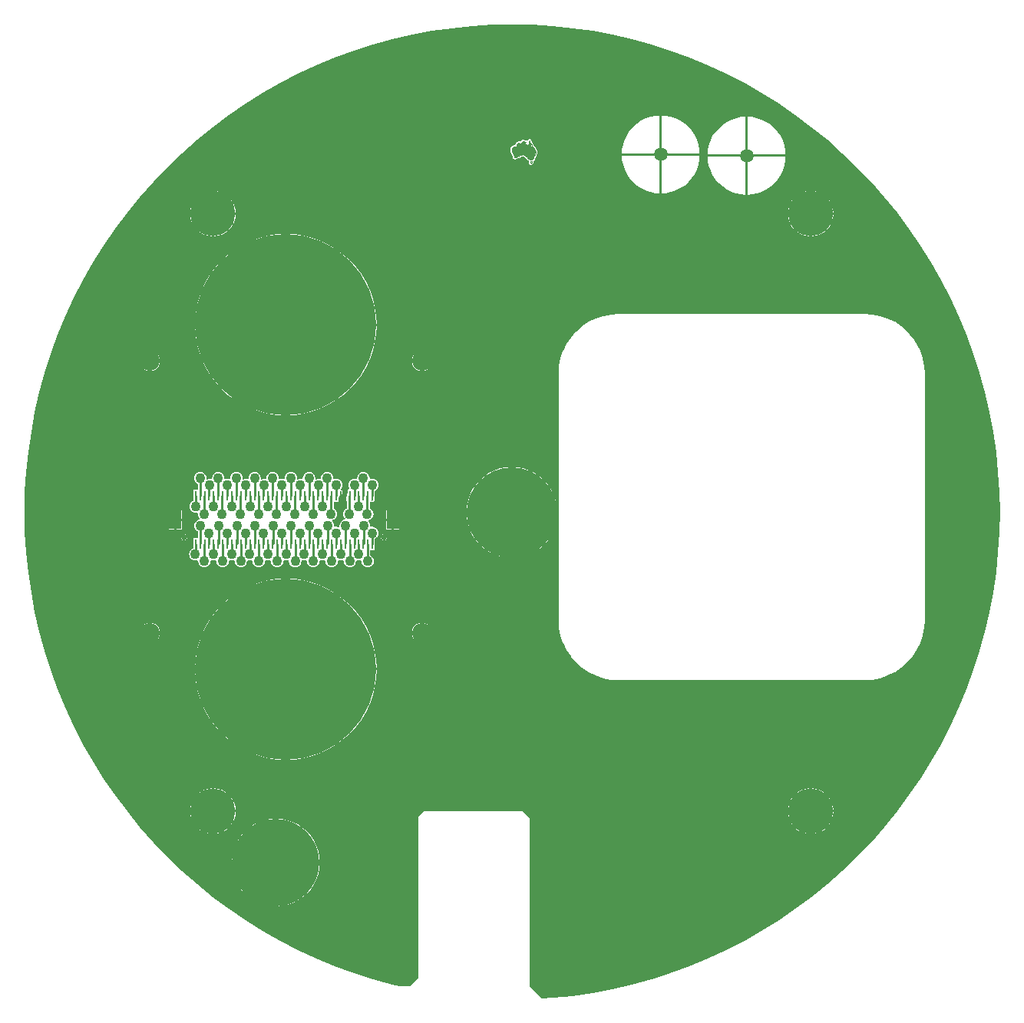
<source format=gtl>
G04 Layer_Physical_Order=1*
G04 Layer_Color=255*
%FSLAX42Y42*%
%MOMM*%
G71*
G01*
G75*
%ADD10C,0.10*%
%ADD11R,0.25X1.12*%
G04:AMPARAMS|DCode=12|XSize=0.25mm|YSize=1.12mm|CornerRadius=0.13mm|HoleSize=0mm|Usage=FLASHONLY|Rotation=0.000|XOffset=0mm|YOffset=0mm|HoleType=Round|Shape=RoundedRectangle|*
%AMROUNDEDRECTD12*
21,1,0.25,0.86,0,0,0.0*
21,1,0.00,1.12,0,0,0.0*
1,1,0.25,0.00,-0.43*
1,1,0.25,0.00,-0.43*
1,1,0.25,0.00,0.43*
1,1,0.25,0.00,0.43*
%
%ADD12ROUNDEDRECTD12*%
%ADD13R,1.42X2.11*%
%ADD14C,0.25*%
%ADD15C,1.52*%
%ADD16C,2.21*%
%ADD17C,0.66*%
%ADD18C,5.00*%
%ADD19C,20.00*%
%ADD20C,10.00*%
%ADD21C,9.64*%
%ADD22C,1.10*%
G36*
X11726Y16878D02*
X11948Y16865D01*
X12169Y16842D01*
X12389Y16810D01*
X12608Y16769D01*
X12824Y16718D01*
X13039Y16659D01*
X13250Y16592D01*
X13459Y16515D01*
X13665Y16430D01*
X13866Y16336D01*
X14064Y16235D01*
X14257Y16125D01*
X14446Y16007D01*
X14629Y15882D01*
X14808Y15749D01*
X14980Y15609D01*
X15147Y15461D01*
X15307Y15307D01*
X15461Y15147D01*
X15609Y14980D01*
X15749Y14808D01*
X15882Y14629D01*
X16007Y14446D01*
X16125Y14257D01*
X16235Y14064D01*
X16336Y13866D01*
X16430Y13665D01*
X16515Y13459D01*
X16592Y13250D01*
X16659Y13039D01*
X16718Y12824D01*
X16769Y12608D01*
X16810Y12389D01*
X16842Y12169D01*
X16865Y11948D01*
X16878Y11726D01*
X16883Y11504D01*
X16878Y11281D01*
X16865Y11059D01*
X16842Y10838D01*
X16810Y10618D01*
X16769Y10400D01*
X16718Y10183D01*
X16659Y9969D01*
X16592Y9757D01*
X16515Y9548D01*
X16430Y9343D01*
X16336Y9141D01*
X16235Y8943D01*
X16125Y8750D01*
X16007Y8561D01*
X15882Y8378D01*
X15749Y8200D01*
X15609Y8027D01*
X15461Y7860D01*
X15307Y7700D01*
X15147Y7546D01*
X14980Y7399D01*
X14808Y7259D01*
X14629Y7126D01*
X14446Y7000D01*
X14257Y6883D01*
X14064Y6773D01*
X13866Y6671D01*
X13665Y6577D01*
X13459Y6492D01*
X13250Y6416D01*
X13039Y6348D01*
X12824Y6289D01*
X12608Y6239D01*
X12389Y6198D01*
X12169Y6166D01*
X11948Y6143D01*
X11829Y6135D01*
X11701Y6264D01*
Y8115D01*
X11700Y8122D01*
X11696Y8127D01*
X11627Y8196D01*
X11622Y8199D01*
X11615Y8201D01*
X10538D01*
X10532Y8199D01*
X10527Y8196D01*
X10473Y8142D01*
X10470Y8137D01*
X10468Y8131D01*
Y6362D01*
X10377Y6271D01*
X10259D01*
X10258Y6272D01*
Y6272D01*
X10183Y6289D01*
X9969Y6348D01*
X9757Y6416D01*
X9548Y6492D01*
X9343Y6577D01*
X9141Y6671D01*
X8943Y6773D01*
X8750Y6883D01*
X8561Y7000D01*
X8378Y7126D01*
X8200Y7259D01*
X8027Y7399D01*
X7860Y7546D01*
X7700Y7700D01*
X7546Y7860D01*
X7399Y8027D01*
X7259Y8200D01*
X7126Y8378D01*
X7000Y8561D01*
X6883Y8750D01*
X6773Y8943D01*
X6671Y9141D01*
X6577Y9343D01*
X6492Y9548D01*
X6416Y9757D01*
X6348Y9969D01*
X6289Y10183D01*
X6239Y10400D01*
X6198Y10618D01*
X6166Y10838D01*
X6143Y11059D01*
X6129Y11281D01*
X6124Y11504D01*
X6129Y11726D01*
X6143Y11948D01*
X6166Y12169D01*
X6198Y12389D01*
X6239Y12608D01*
X6289Y12824D01*
X6348Y13039D01*
X6416Y13250D01*
X6492Y13459D01*
X6577Y13665D01*
X6671Y13866D01*
X6773Y14064D01*
X6883Y14257D01*
X7000Y14446D01*
X7126Y14629D01*
X7259Y14808D01*
X7399Y14980D01*
X7546Y15147D01*
X7700Y15307D01*
X7860Y15461D01*
X8027Y15609D01*
X8200Y15749D01*
X8378Y15882D01*
X8561Y16007D01*
X8750Y16125D01*
X8943Y16235D01*
X9141Y16336D01*
X9343Y16430D01*
X9548Y16515D01*
X9757Y16592D01*
X9969Y16659D01*
X10183Y16718D01*
X10400Y16769D01*
X10618Y16810D01*
X10838Y16842D01*
X11059Y16865D01*
X11281Y16878D01*
X11504Y16883D01*
X11726Y16878D01*
D02*
G37*
%LPC*%
G36*
X12000Y11487D02*
X11513D01*
Y11000D01*
X11565Y11003D01*
X11630Y11016D01*
X11692Y11037D01*
X11751Y11066D01*
X11805Y11102D01*
X11854Y11146D01*
X11898Y11195D01*
X11934Y11249D01*
X11963Y11308D01*
X11984Y11370D01*
X11997Y11435D01*
X12000Y11487D01*
D02*
G37*
G36*
X11487D02*
X11000D01*
X11003Y11435D01*
X11016Y11370D01*
X11037Y11308D01*
X11066Y11249D01*
X11102Y11195D01*
X11146Y11146D01*
X11195Y11102D01*
X11249Y11066D01*
X11308Y11037D01*
X11370Y11016D01*
X11435Y11003D01*
X11487Y11000D01*
Y11487D01*
D02*
G37*
G36*
X7918Y11215D02*
X7899D01*
Y11196D01*
X7899Y11196D01*
X7910Y11204D01*
X7918Y11214D01*
X7918Y11215D01*
D02*
G37*
G36*
X10076D02*
X10058D01*
X10058Y11214D01*
X10065Y11204D01*
X10076Y11196D01*
X10076Y11196D01*
Y11215D01*
D02*
G37*
G36*
X10521Y10280D02*
Y10183D01*
X10618D01*
X10616Y10199D01*
X10605Y10226D01*
X10587Y10249D01*
X10564Y10267D01*
X10537Y10278D01*
X10521Y10280D01*
D02*
G37*
G36*
X7496D02*
X7479Y10278D01*
X7453Y10267D01*
X7429Y10249D01*
X7412Y10226D01*
X7401Y10199D01*
X7398Y10183D01*
X7496D01*
Y10280D01*
D02*
G37*
G36*
X10618Y10157D02*
X10521D01*
Y10060D01*
X10537Y10063D01*
X10564Y10074D01*
X10587Y10091D01*
X10605Y10114D01*
X10616Y10141D01*
X10618Y10157D01*
D02*
G37*
G36*
X7521Y10280D02*
Y10183D01*
X7618D01*
X7616Y10199D01*
X7605Y10226D01*
X7587Y10249D01*
X7564Y10267D01*
X7537Y10278D01*
X7521Y10280D01*
D02*
G37*
G36*
X10495D02*
X10479Y10278D01*
X10452Y10267D01*
X10429Y10249D01*
X10411Y10226D01*
X10400Y10199D01*
X10398Y10183D01*
X10495D01*
Y10280D01*
D02*
G37*
G36*
X7774Y11405D02*
X7715D01*
Y11312D01*
X7774D01*
Y11405D01*
D02*
G37*
G36*
X7899Y11258D02*
Y11240D01*
X7918D01*
X7918Y11240D01*
X7910Y11251D01*
X7899Y11258D01*
X7899Y11258D01*
D02*
G37*
G36*
X10175Y11405D02*
X10117D01*
Y11312D01*
X10175D01*
Y11405D01*
D02*
G37*
G36*
X7858D02*
X7799D01*
Y11312D01*
X7858D01*
Y11405D01*
D02*
G37*
G36*
X10102Y11258D02*
Y11240D01*
X10120D01*
X10120Y11240D01*
X10113Y11251D01*
X10102Y11258D01*
X10102Y11258D01*
D02*
G37*
G36*
X10120Y11215D02*
X10102D01*
Y11196D01*
X10102Y11196D01*
X10113Y11204D01*
X10120Y11214D01*
X10120Y11215D01*
D02*
G37*
G36*
X7874D02*
X7855D01*
X7855Y11214D01*
X7863Y11204D01*
X7874Y11196D01*
X7874Y11196D01*
Y11215D01*
D02*
G37*
G36*
X10076Y11258D02*
X10076Y11258D01*
X10065Y11251D01*
X10058Y11240D01*
X10058Y11240D01*
X10076D01*
Y11258D01*
D02*
G37*
G36*
X7874D02*
X7874Y11258D01*
X7863Y11251D01*
X7855Y11240D01*
X7855Y11240D01*
X7874D01*
Y11258D01*
D02*
G37*
G36*
X7618Y10157D02*
X7521D01*
Y10060D01*
X7537Y10063D01*
X7564Y10074D01*
X7587Y10091D01*
X7605Y10114D01*
X7616Y10141D01*
X7618Y10157D01*
D02*
G37*
G36*
X8191Y8191D02*
X7954D01*
X7958Y8155D01*
X7972Y8108D01*
X7995Y8064D01*
X8026Y8026D01*
X8064Y7995D01*
X8108Y7972D01*
X8155Y7958D01*
X8191Y7954D01*
Y8191D01*
D02*
G37*
G36*
X15046Y8191D02*
X14809D01*
Y7954D01*
X14845Y7958D01*
X14892Y7972D01*
X14936Y7995D01*
X14974Y8026D01*
X15005Y8064D01*
X15028Y8108D01*
X15042Y8155D01*
X15046Y8191D01*
D02*
G37*
G36*
X14783Y8454D02*
X14747Y8450D01*
X14700Y8436D01*
X14656Y8413D01*
X14618Y8382D01*
X14587Y8343D01*
X14564Y8300D01*
X14550Y8253D01*
X14546Y8217D01*
X14783D01*
Y8454D01*
D02*
G37*
G36*
X8454Y8191D02*
X8217D01*
Y7954D01*
X8253Y7958D01*
X8300Y7972D01*
X8344Y7995D01*
X8382Y8026D01*
X8413Y8064D01*
X8436Y8108D01*
X8450Y8155D01*
X8454Y8191D01*
D02*
G37*
G36*
X14783Y8191D02*
X14546D01*
X14550Y8155D01*
X14564Y8108D01*
X14587Y8064D01*
X14618Y8026D01*
X14656Y7995D01*
X14700Y7972D01*
X14747Y7958D01*
X14783Y7954D01*
Y8191D01*
D02*
G37*
G36*
X9380Y7624D02*
X8911D01*
Y7155D01*
X8961Y7158D01*
X9023Y7170D01*
X9083Y7191D01*
X9140Y7219D01*
X9192Y7254D01*
X9240Y7295D01*
X9281Y7343D01*
X9317Y7395D01*
X9345Y7452D01*
X9365Y7512D01*
X9377Y7574D01*
X9380Y7624D01*
D02*
G37*
G36*
X8886D02*
X8416D01*
X8419Y7574D01*
X8432Y7512D01*
X8452Y7452D01*
X8480Y7395D01*
X8515Y7343D01*
X8557Y7295D01*
X8604Y7254D01*
X8657Y7219D01*
X8713Y7191D01*
X8773Y7170D01*
X8835Y7158D01*
X8886Y7155D01*
Y7624D01*
D02*
G37*
G36*
X8911Y8119D02*
Y7650D01*
X9380D01*
X9377Y7700D01*
X9365Y7762D01*
X9345Y7822D01*
X9317Y7878D01*
X9281Y7931D01*
X9240Y7979D01*
X9192Y8020D01*
X9140Y8055D01*
X9083Y8083D01*
X9023Y8104D01*
X8961Y8116D01*
X8911Y8119D01*
D02*
G37*
G36*
X8886D02*
X8835Y8116D01*
X8773Y8104D01*
X8713Y8083D01*
X8657Y8055D01*
X8604Y8020D01*
X8557Y7979D01*
X8515Y7931D01*
X8480Y7878D01*
X8452Y7822D01*
X8432Y7762D01*
X8419Y7700D01*
X8416Y7650D01*
X8886D01*
Y8119D01*
D02*
G37*
G36*
X9021Y10771D02*
Y9783D01*
X10009D01*
X10005Y9868D01*
X9990Y9966D01*
X9966Y10061D01*
X9933Y10153D01*
X9891Y10242D01*
X9841Y10326D01*
X9782Y10405D01*
X9716Y10478D01*
X9643Y10544D01*
X9564Y10603D01*
X9480Y10653D01*
X9391Y10695D01*
X9299Y10728D01*
X9203Y10752D01*
X9106Y10767D01*
X9021Y10771D01*
D02*
G37*
G36*
X8995D02*
X8910Y10767D01*
X8813Y10752D01*
X8717Y10728D01*
X8625Y10695D01*
X8536Y10653D01*
X8452Y10603D01*
X8373Y10544D01*
X8300Y10478D01*
X8234Y10405D01*
X8176Y10326D01*
X8125Y10242D01*
X8083Y10153D01*
X8050Y10061D01*
X8026Y9966D01*
X8012Y9868D01*
X8008Y9783D01*
X8995D01*
Y10771D01*
D02*
G37*
G36*
X10495Y10157D02*
X10398D01*
X10400Y10141D01*
X10411Y10114D01*
X10429Y10091D01*
X10452Y10074D01*
X10479Y10063D01*
X10495Y10060D01*
Y10157D01*
D02*
G37*
G36*
X7496D02*
X7398D01*
X7401Y10141D01*
X7412Y10114D01*
X7429Y10091D01*
X7453Y10074D01*
X7479Y10063D01*
X7496Y10060D01*
Y10157D01*
D02*
G37*
G36*
X10009Y9757D02*
X9021D01*
Y8770D01*
X9106Y8774D01*
X9203Y8788D01*
X9299Y8812D01*
X9391Y8845D01*
X9480Y8887D01*
X9564Y8938D01*
X9643Y8996D01*
X9716Y9062D01*
X9782Y9135D01*
X9841Y9214D01*
X9891Y9298D01*
X9933Y9387D01*
X9966Y9480D01*
X9990Y9575D01*
X10005Y9672D01*
X10009Y9757D01*
D02*
G37*
G36*
X8191Y8454D02*
X8155Y8450D01*
X8108Y8436D01*
X8064Y8413D01*
X8026Y8382D01*
X7995Y8344D01*
X7972Y8300D01*
X7958Y8253D01*
X7954Y8217D01*
X8191D01*
Y8454D01*
D02*
G37*
G36*
X14809Y8454D02*
Y8217D01*
X15046D01*
X15042Y8253D01*
X15028Y8300D01*
X15005Y8343D01*
X14974Y8382D01*
X14936Y8413D01*
X14892Y8436D01*
X14845Y8450D01*
X14809Y8454D01*
D02*
G37*
G36*
X8995Y9757D02*
X8008D01*
X8012Y9672D01*
X8026Y9575D01*
X8050Y9480D01*
X8083Y9387D01*
X8125Y9298D01*
X8176Y9214D01*
X8234Y9135D01*
X8300Y9062D01*
X8373Y8996D01*
X8452Y8938D01*
X8536Y8887D01*
X8625Y8845D01*
X8717Y8812D01*
X8813Y8788D01*
X8910Y8774D01*
X8995Y8770D01*
Y9757D01*
D02*
G37*
G36*
X8217Y8454D02*
Y8217D01*
X8454D01*
X8450Y8253D01*
X8436Y8300D01*
X8413Y8344D01*
X8382Y8382D01*
X8344Y8413D01*
X8300Y8436D01*
X8253Y8450D01*
X8217Y8454D01*
D02*
G37*
G36*
X10259Y11405D02*
X10201D01*
Y11312D01*
X10259D01*
Y11405D01*
D02*
G37*
G36*
X8217Y15046D02*
Y14809D01*
X8454D01*
X8450Y14845D01*
X8436Y14892D01*
X8413Y14936D01*
X8382Y14974D01*
X8343Y15005D01*
X8300Y15028D01*
X8253Y15042D01*
X8217Y15046D01*
D02*
G37*
G36*
X8191D02*
X8155Y15042D01*
X8108Y15028D01*
X8064Y15005D01*
X8026Y14974D01*
X7995Y14936D01*
X7972Y14892D01*
X7958Y14845D01*
X7954Y14809D01*
X8191D01*
Y15046D01*
D02*
G37*
G36*
X14809D02*
Y14809D01*
X15046D01*
X15042Y14845D01*
X15028Y14892D01*
X15005Y14936D01*
X14974Y14974D01*
X14936Y15005D01*
X14892Y15028D01*
X14845Y15042D01*
X14809Y15046D01*
D02*
G37*
G36*
X14783D02*
X14747Y15042D01*
X14700Y15028D01*
X14657Y15005D01*
X14618Y14974D01*
X14587Y14936D01*
X14564Y14892D01*
X14550Y14845D01*
X14546Y14809D01*
X14783D01*
Y15046D01*
D02*
G37*
G36*
X15046Y14783D02*
X14809D01*
Y14546D01*
X14845Y14550D01*
X14892Y14564D01*
X14936Y14587D01*
X14974Y14618D01*
X15005Y14657D01*
X15028Y14700D01*
X15042Y14747D01*
X15046Y14783D01*
D02*
G37*
G36*
X8191D02*
X7954D01*
X7958Y14747D01*
X7972Y14700D01*
X7995Y14657D01*
X8026Y14618D01*
X8064Y14587D01*
X8108Y14564D01*
X8155Y14550D01*
X8191Y14546D01*
Y14783D01*
D02*
G37*
G36*
X15390Y13690D02*
X12680D01*
X12680Y13690D01*
X12679Y13690D01*
X12594Y13685D01*
X12593Y13684D01*
X12592Y13684D01*
X12509Y13668D01*
X12508Y13667D01*
X12507Y13667D01*
X12426Y13640D01*
X12425Y13639D01*
X12425Y13639D01*
X12348Y13602D01*
X12347Y13601D01*
X12347Y13601D01*
X12276Y13553D01*
X12275Y13552D01*
X12274Y13552D01*
X12210Y13496D01*
X12210Y13495D01*
X12209Y13495D01*
X12153Y13431D01*
X12152Y13430D01*
X12152Y13429D01*
X12104Y13358D01*
X12104Y13357D01*
X12103Y13357D01*
X12066Y13280D01*
X12066Y13279D01*
X12065Y13279D01*
X12038Y13198D01*
X12038Y13197D01*
X12037Y13196D01*
X12020Y13113D01*
X12021Y13112D01*
X12020Y13111D01*
X12015Y13026D01*
X12015Y13025D01*
X12015Y13025D01*
Y10315D01*
X12015Y10314D01*
X12015Y10314D01*
X12020Y10229D01*
X12021Y10228D01*
X12020Y10227D01*
X12037Y10144D01*
X12038Y10143D01*
X12038Y10142D01*
X12065Y10061D01*
X12066Y10060D01*
X12066Y10059D01*
X12103Y9983D01*
X12104Y9982D01*
X12104Y9981D01*
X12152Y9911D01*
X12152Y9910D01*
X12153Y9909D01*
X12209Y9845D01*
X12210Y9845D01*
X12210Y9844D01*
X12274Y9788D01*
X12275Y9787D01*
X12276Y9787D01*
X12347Y9739D01*
X12347Y9739D01*
X12348Y9738D01*
X12425Y9701D01*
X12425Y9701D01*
X12426Y9700D01*
X12507Y9672D01*
X12508Y9673D01*
X12509Y9672D01*
X12592Y9655D01*
X12593Y9656D01*
X12594Y9655D01*
X12679Y9650D01*
X12680Y9650D01*
X12680Y9650D01*
X15390D01*
X15390Y9650D01*
X15391Y9650D01*
X15476Y9655D01*
X15477Y9656D01*
X15478Y9655D01*
X15561Y9672D01*
X15562Y9673D01*
X15563Y9672D01*
X15644Y9700D01*
X15644Y9701D01*
X15645Y9701D01*
X15722Y9738D01*
X15722Y9739D01*
X15723Y9739D01*
X15794Y9787D01*
X15795Y9787D01*
X15796Y9788D01*
X15860Y9844D01*
X15860Y9845D01*
X15861Y9845D01*
X15917Y9909D01*
X15918Y9910D01*
X15918Y9911D01*
X15966Y9981D01*
X15966Y9982D01*
X15967Y9983D01*
X16004Y10059D01*
X16004Y10060D01*
X16005Y10061D01*
X16032Y10142D01*
X16032Y10143D01*
X16033Y10144D01*
X16049Y10227D01*
X16049Y10228D01*
X16050Y10229D01*
X16055Y10314D01*
X16055Y10314D01*
X16055Y10315D01*
Y13025D01*
X16055Y13025D01*
X16055Y13026D01*
X16050Y13111D01*
X16049Y13112D01*
X16049Y13113D01*
X16033Y13196D01*
X16032Y13197D01*
X16032Y13198D01*
X16005Y13279D01*
X16004Y13279D01*
X16004Y13280D01*
X15967Y13357D01*
X15966Y13357D01*
X15966Y13358D01*
X15918Y13429D01*
X15918Y13430D01*
X15917Y13431D01*
X15861Y13495D01*
X15860Y13495D01*
X15860Y13496D01*
X15796Y13552D01*
X15795Y13552D01*
X15794Y13553D01*
X15723Y13601D01*
X15722Y13601D01*
X15722Y13602D01*
X15645Y13639D01*
X15644Y13639D01*
X15644Y13640D01*
X15563Y13667D01*
X15562Y13667D01*
X15561Y13668D01*
X15478Y13684D01*
X15477Y13684D01*
X15476Y13685D01*
X15391Y13690D01*
X15390Y13690D01*
X15390Y13690D01*
D02*
G37*
G36*
X14783Y14783D02*
X14546D01*
X14550Y14747D01*
X14564Y14700D01*
X14587Y14657D01*
X14618Y14618D01*
X14657Y14587D01*
X14700Y14564D01*
X14747Y14550D01*
X14783Y14546D01*
Y14783D01*
D02*
G37*
G36*
X8454D02*
X8217D01*
Y14546D01*
X8253Y14550D01*
X8300Y14564D01*
X8343Y14587D01*
X8382Y14618D01*
X8413Y14657D01*
X8436Y14700D01*
X8450Y14747D01*
X8454Y14783D01*
D02*
G37*
G36*
X13129Y15878D02*
X13086Y15876D01*
X13030Y15865D01*
X12977Y15846D01*
X12926Y15821D01*
X12880Y15790D01*
X12837Y15753D01*
X12800Y15711D01*
X12769Y15664D01*
X12744Y15613D01*
X12726Y15560D01*
X12715Y15505D01*
X12712Y15461D01*
X13129D01*
Y15878D01*
D02*
G37*
G36*
X14102Y15866D02*
Y15448D01*
X14519D01*
X14517Y15492D01*
X14506Y15547D01*
X14488Y15600D01*
X14463Y15651D01*
X14431Y15698D01*
X14394Y15740D01*
X14352Y15777D01*
X14305Y15809D01*
X14254Y15834D01*
X14201Y15852D01*
X14146Y15863D01*
X14102Y15866D01*
D02*
G37*
G36*
X11699Y15618D02*
X11697Y15617D01*
X11695Y15617D01*
X11694Y15617D01*
X11692Y15616D01*
X11690Y15615D01*
X11689Y15614D01*
X11686Y15613D01*
X11685Y15611D01*
X11683Y15610D01*
X11681Y15608D01*
X11680Y15606D01*
X11679Y15605D01*
X11677Y15602D01*
X11676Y15601D01*
X11673Y15600D01*
X11668Y15599D01*
X11663Y15600D01*
X11663Y15600D01*
X11662Y15601D01*
X11662Y15601D01*
X11662Y15601D01*
X11662Y15601D01*
X11661Y15601D01*
X11661Y15602D01*
X11661Y15602D01*
X11660Y15602D01*
X11660Y15602D01*
X11660Y15602D01*
X11660Y15602D01*
X11659Y15603D01*
X11658Y15603D01*
X11656Y15604D01*
X11656Y15604D01*
X11656Y15604D01*
X11655Y15605D01*
X11654Y15605D01*
X11652Y15605D01*
X11651Y15605D01*
X11650Y15605D01*
X11649Y15605D01*
X11648Y15605D01*
X11647Y15605D01*
X11646Y15605D01*
X11629Y15613D01*
X11628Y15612D01*
X11628Y15612D01*
X11625Y15612D01*
X11624Y15612D01*
X11624Y15613D01*
X11621Y15612D01*
X11618Y15612D01*
X11617Y15611D01*
X11617Y15611D01*
X11614Y15609D01*
X11612Y15608D01*
X11611Y15608D01*
X11611Y15607D01*
X11609Y15605D01*
X11607Y15602D01*
X11607Y15602D01*
X11607Y15602D01*
X11605Y15601D01*
X11604Y15601D01*
X11603Y15600D01*
X11601Y15599D01*
X11599Y15598D01*
X11598Y15597D01*
X11598Y15597D01*
X11598Y15597D01*
X11598Y15597D01*
X11597Y15596D01*
X11591Y15591D01*
X11585Y15592D01*
X11583Y15592D01*
X11582Y15592D01*
X11581Y15592D01*
X11579Y15592D01*
X11578Y15592D01*
X11577Y15592D01*
X11574Y15592D01*
X11573Y15592D01*
X11571Y15592D01*
X11569Y15592D01*
X11567Y15591D01*
X11565Y15590D01*
X11563Y15589D01*
X11560Y15588D01*
X11558Y15586D01*
X11556Y15585D01*
X11554Y15582D01*
X11553Y15581D01*
X11553Y15581D01*
X11551Y15580D01*
X11548Y15578D01*
X11548Y15578D01*
X11547Y15577D01*
X11546Y15575D01*
X11544Y15573D01*
X11542Y15570D01*
X11542Y15568D01*
X11542Y15568D01*
X11540Y15564D01*
X11540Y15564D01*
X11540Y15563D01*
X11539Y15559D01*
X11535Y15553D01*
X11532Y15553D01*
X11532Y15552D01*
X11531Y15552D01*
X11529Y15552D01*
X11528Y15552D01*
X11526Y15552D01*
X11524Y15551D01*
X11523Y15550D01*
X11521Y15550D01*
X11518Y15548D01*
X11518Y15548D01*
X11517Y15547D01*
X11514Y15546D01*
X11514Y15546D01*
X11514Y15546D01*
X11513Y15545D01*
X11513Y15545D01*
X11512Y15545D01*
X11509Y15544D01*
X11506Y15543D01*
X11506Y15543D01*
X11506Y15543D01*
X11503Y15540D01*
X11501Y15538D01*
X11501Y15538D01*
X11500Y15538D01*
X11498Y15535D01*
X11498Y15535D01*
X11498Y15535D01*
X11497Y15533D01*
X11495Y15532D01*
X11492Y15531D01*
X11492Y15531D01*
X11491Y15531D01*
X11489Y15529D01*
X11487Y15527D01*
X11486Y15526D01*
X11486Y15526D01*
X11485Y15523D01*
X11483Y15521D01*
X11483Y15520D01*
X11483Y15519D01*
X11483Y15517D01*
X11483Y15514D01*
X11483Y15507D01*
X11484Y15502D01*
X11484Y15496D01*
X11484Y15496D01*
X11484Y15496D01*
X11484Y15490D01*
X11485Y15489D01*
X11485Y15489D01*
X11485Y15485D01*
X11486Y15484D01*
X11486Y15483D01*
X11487Y15479D01*
X11487Y15478D01*
X11487Y15477D01*
X11488Y15475D01*
X11488Y15474D01*
X11488Y15472D01*
X11488Y15470D01*
X11488Y15468D01*
X11489Y15467D01*
X11490Y15465D01*
X11490Y15463D01*
X11504Y15441D01*
X11504Y15440D01*
X11505Y15437D01*
X11506Y15436D01*
X11506Y15435D01*
X11507Y15432D01*
X11508Y15431D01*
X11508Y15431D01*
X11510Y15428D01*
X11510Y15428D01*
X11510Y15428D01*
X11510Y15427D01*
X11509Y15426D01*
X11509Y15425D01*
X11509Y15424D01*
X11508Y15423D01*
X11508Y15423D01*
X11508Y15422D01*
X11508Y15421D01*
X11508Y15420D01*
X11508Y15418D01*
X11508Y15417D01*
X11508Y15417D01*
X11508Y15417D01*
X11508Y15417D01*
X11507Y15416D01*
X11507Y15416D01*
X11507Y15416D01*
X11507Y15415D01*
X11508Y15414D01*
X11508Y15413D01*
X11508Y15412D01*
X11509Y15409D01*
X11509Y15409D01*
X11509Y15409D01*
X11509Y15409D01*
X11509Y15409D01*
X11509Y15409D01*
X11509Y15409D01*
X11510Y15408D01*
X11511Y15406D01*
X11512Y15404D01*
X11513Y15404D01*
X11513Y15403D01*
X11513Y15403D01*
X11514Y15402D01*
X11516Y15401D01*
X11516Y15401D01*
X11517Y15400D01*
X11518Y15399D01*
X11519Y15399D01*
X11520Y15399D01*
X11520Y15399D01*
X11520Y15398D01*
X11521Y15398D01*
X11522Y15398D01*
X11524Y15397D01*
X11525Y15397D01*
X11526Y15397D01*
X11528Y15396D01*
X11529Y15396D01*
X11529Y15396D01*
X11532Y15395D01*
X11533Y15395D01*
X11534Y15395D01*
X11537Y15395D01*
X11539Y15395D01*
X11541Y15395D01*
X11544Y15395D01*
X11546Y15396D01*
X11548Y15396D01*
X11551Y15397D01*
X11552Y15397D01*
X11553Y15398D01*
X11556Y15399D01*
X11557Y15400D01*
X11557Y15400D01*
X11560Y15402D01*
X11560Y15402D01*
X11561Y15402D01*
X11564Y15404D01*
X11566Y15406D01*
X11567Y15406D01*
X11584Y15408D01*
X11584Y15410D01*
X11586Y15410D01*
X11589Y15411D01*
X11589Y15411D01*
X11589Y15411D01*
X11592Y15413D01*
X11595Y15414D01*
X11595Y15415D01*
X11595Y15415D01*
X11597Y15417D01*
X11598Y15420D01*
X11613Y15427D01*
X11613D01*
Y15427D01*
X11625Y15429D01*
X11626Y15429D01*
X11628Y15428D01*
X11630Y15428D01*
X11630Y15428D01*
X11631Y15427D01*
X11631Y15427D01*
X11631Y15427D01*
X11632Y15425D01*
X11632Y15424D01*
X11632Y15424D01*
X11632Y15424D01*
X11633Y15423D01*
X11633Y15422D01*
X11634Y15421D01*
X11635Y15421D01*
X11635Y15421D01*
X11635Y15420D01*
X11636Y15419D01*
X11637Y15418D01*
X11637Y15418D01*
X11638Y15418D01*
X11638Y15417D01*
X11639Y15417D01*
X11640Y15416D01*
X11640Y15416D01*
X11640Y15416D01*
X11641Y15415D01*
X11642Y15415D01*
X11643Y15415D01*
X11644Y15414D01*
X11645Y15414D01*
X11645Y15414D01*
X11646Y15414D01*
X11654Y15411D01*
X11655Y15409D01*
X11655Y15408D01*
X11656Y15406D01*
X11657Y15404D01*
X11659Y15400D01*
X11660Y15399D01*
X11661Y15398D01*
X11664Y15394D01*
X11665Y15394D01*
X11665Y15393D01*
X11669Y15390D01*
X11670Y15389D01*
X11670Y15388D01*
X11674Y15386D01*
X11675Y15385D01*
X11675Y15385D01*
X11679Y15382D01*
X11679Y15382D01*
X11680Y15382D01*
X11685Y15379D01*
X11685Y15379D01*
X11685Y15376D01*
Y15370D01*
X11685Y15367D01*
X11686Y15364D01*
X11686Y15362D01*
X11687Y15358D01*
X11687Y15357D01*
X11687Y15357D01*
X11688Y15354D01*
X11689Y15351D01*
X11689Y15351D01*
X11690Y15351D01*
X11695Y15342D01*
X11697Y15340D01*
X11699Y15338D01*
X11700Y15338D01*
X11700Y15338D01*
X11703Y15336D01*
X11706Y15335D01*
X11708Y15335D01*
X11708Y15335D01*
X11709Y15334D01*
X11712Y15334D01*
X11715Y15334D01*
X11715Y15335D01*
X11716Y15335D01*
X11718Y15336D01*
X11721Y15337D01*
X11722Y15337D01*
X11722Y15337D01*
X11724Y15339D01*
X11726Y15341D01*
X11727Y15342D01*
X11728Y15342D01*
X11729Y15343D01*
X11730Y15343D01*
X11731Y15345D01*
X11733Y15347D01*
X11734Y15348D01*
X11734Y15349D01*
X11739Y15356D01*
X11739Y15357D01*
X11739Y15357D01*
X11740Y15360D01*
X11741Y15363D01*
X11741Y15364D01*
X11741Y15364D01*
X11742Y15372D01*
X11741Y15375D01*
X11741Y15377D01*
X11741Y15378D01*
X11746Y15381D01*
X11751Y15384D01*
X11752Y15385D01*
X11752Y15385D01*
X11756Y15391D01*
X11757Y15394D01*
X11757Y15394D01*
X11765Y15420D01*
X11773Y15432D01*
X11775Y15442D01*
X11775Y15442D01*
X11776Y15445D01*
X11776Y15448D01*
X11778Y15451D01*
X11779Y15455D01*
X11779Y15456D01*
X11779Y15456D01*
X11780Y15459D01*
X11780Y15460D01*
X11781Y15461D01*
X11781Y15464D01*
X11781Y15465D01*
X11782Y15466D01*
X11782Y15469D01*
X11782Y15471D01*
X11782Y15472D01*
X11782Y15475D01*
X11781Y15476D01*
X11781Y15477D01*
X11781Y15481D01*
X11781Y15481D01*
X11781Y15482D01*
X11780Y15485D01*
X11780Y15485D01*
X11780Y15485D01*
X11779Y15489D01*
X11778Y15492D01*
X11778Y15496D01*
X11777Y15497D01*
X11777Y15498D01*
X11776Y15500D01*
X11775Y15503D01*
X11774Y15504D01*
X11774Y15505D01*
X11771Y15509D01*
X11771Y15509D01*
X11770Y15509D01*
X11768Y15513D01*
X11765Y15516D01*
X11764Y15517D01*
X11764Y15519D01*
X11763Y15522D01*
X11762Y15523D01*
X11762Y15525D01*
X11761Y15526D01*
X11760Y15528D01*
X11758Y15529D01*
X11757Y15530D01*
X11756Y15531D01*
X11754Y15532D01*
X11754Y15533D01*
X11753Y15534D01*
X11752Y15535D01*
X11752Y15536D01*
X11750Y15539D01*
X11749Y15540D01*
X11748Y15541D01*
X11746Y15543D01*
X11745Y15544D01*
X11744Y15545D01*
X11742Y15547D01*
X11741Y15547D01*
X11740Y15548D01*
X11739Y15549D01*
X11738Y15551D01*
X11738Y15552D01*
X11738Y15552D01*
X11737Y15556D01*
X11737Y15556D01*
X11737Y15557D01*
X11736Y15561D01*
X11736Y15562D01*
X11736Y15563D01*
X11735Y15566D01*
X11734Y15567D01*
X11734Y15568D01*
X11733Y15571D01*
X11732Y15572D01*
X11731Y15573D01*
X11729Y15576D01*
X11728Y15577D01*
X11727Y15578D01*
X11725Y15580D01*
X11724Y15581D01*
X11723Y15581D01*
X11723Y15582D01*
X11716Y15606D01*
X11716Y15606D01*
X11716Y15606D01*
X11716Y15607D01*
X11715Y15607D01*
X11714Y15610D01*
X11713Y15611D01*
X11712Y15612D01*
X11712Y15612D01*
X11710Y15614D01*
X11709Y15615D01*
X11709Y15615D01*
X11708Y15615D01*
X11708Y15615D01*
X11707Y15615D01*
X11706Y15616D01*
X11704Y15617D01*
X11702Y15617D01*
X11700Y15617D01*
X11699Y15618D01*
D02*
G37*
G36*
X13155Y15878D02*
Y15461D01*
X13572D01*
X13569Y15505D01*
X13558Y15560D01*
X13540Y15613D01*
X13515Y15664D01*
X13484Y15711D01*
X13447Y15753D01*
X13404Y15790D01*
X13357Y15821D01*
X13307Y15846D01*
X13253Y15865D01*
X13198Y15876D01*
X13155Y15878D01*
D02*
G37*
G36*
X14077Y15866D02*
X14033Y15863D01*
X13978Y15852D01*
X13924Y15834D01*
X13874Y15809D01*
X13827Y15777D01*
X13785Y15740D01*
X13748Y15698D01*
X13716Y15651D01*
X13691Y15600D01*
X13673Y15547D01*
X13662Y15492D01*
X13659Y15448D01*
X14077D01*
Y15866D01*
D02*
G37*
G36*
X14519Y15423D02*
X14102D01*
Y15005D01*
X14146Y15008D01*
X14201Y15019D01*
X14254Y15037D01*
X14305Y15062D01*
X14352Y15094D01*
X14394Y15131D01*
X14431Y15173D01*
X14463Y15220D01*
X14488Y15271D01*
X14506Y15324D01*
X14517Y15379D01*
X14519Y15423D01*
D02*
G37*
G36*
X14077D02*
X13659D01*
X13662Y15379D01*
X13673Y15324D01*
X13691Y15271D01*
X13716Y15220D01*
X13748Y15173D01*
X13785Y15131D01*
X13827Y15094D01*
X13874Y15062D01*
X13924Y15037D01*
X13978Y15019D01*
X14033Y15008D01*
X14077Y15005D01*
Y15423D01*
D02*
G37*
G36*
X13572Y15436D02*
X13155D01*
Y15018D01*
X13198Y15021D01*
X13253Y15032D01*
X13307Y15050D01*
X13357Y15075D01*
X13404Y15106D01*
X13447Y15144D01*
X13484Y15186D01*
X13515Y15233D01*
X13540Y15283D01*
X13558Y15337D01*
X13569Y15392D01*
X13572Y15436D01*
D02*
G37*
G36*
X13129D02*
X12712D01*
X12715Y15392D01*
X12726Y15337D01*
X12744Y15283D01*
X12769Y15233D01*
X12800Y15186D01*
X12837Y15144D01*
X12880Y15106D01*
X12926Y15075D01*
X12977Y15050D01*
X13030Y15032D01*
X13086Y15021D01*
X13129Y15018D01*
Y15436D01*
D02*
G37*
G36*
X9021Y14571D02*
Y13583D01*
X10009D01*
X10005Y13668D01*
X9990Y13765D01*
X9966Y13861D01*
X9933Y13953D01*
X9891Y14042D01*
X9841Y14126D01*
X9782Y14205D01*
X9716Y14278D01*
X9643Y14344D01*
X9564Y14402D01*
X9480Y14453D01*
X9391Y14495D01*
X9299Y14528D01*
X9203Y14552D01*
X9106Y14566D01*
X9021Y14571D01*
D02*
G37*
G36*
X9863Y11945D02*
X9846Y11942D01*
X9829Y11935D01*
X9815Y11925D01*
X9804Y11910D01*
X9797Y11894D01*
X9795Y11876D01*
X9795Y11875D01*
X9786Y11866D01*
X9783Y11866D01*
X9767Y11868D01*
X9749Y11866D01*
X9733Y11859D01*
X9718Y11848D01*
X9708Y11834D01*
X9701Y11818D01*
X9698Y11800D01*
X9701Y11782D01*
X9708Y11766D01*
X9709Y11764D01*
X9703Y11753D01*
X9688D01*
Y11704D01*
X9675Y11710D01*
Y11684D01*
Y11628D01*
X9682Y11619D01*
Y11545D01*
X9674Y11542D01*
X9660Y11531D01*
X9649Y11517D01*
X9642Y11500D01*
X9640Y11483D01*
X9642Y11465D01*
X9649Y11448D01*
X9660Y11434D01*
X9661Y11434D01*
X9657Y11420D01*
X9652Y11420D01*
X9635Y11413D01*
X9621Y11402D01*
X9610Y11388D01*
X9603Y11371D01*
X9601Y11354D01*
X9603Y11343D01*
X9591Y11334D01*
X9582Y11338D01*
X9564Y11340D01*
X9548Y11338D01*
X9543Y11341D01*
X9536Y11348D01*
X9537Y11354D01*
X9535Y11371D01*
X9528Y11388D01*
X9517Y11402D01*
X9516Y11403D01*
X9520Y11416D01*
X9525Y11417D01*
X9542Y11423D01*
X9556Y11434D01*
X9567Y11448D01*
X9574Y11465D01*
X9576Y11483D01*
X9574Y11500D01*
X9567Y11517D01*
X9556Y11531D01*
X9542Y11542D01*
X9534Y11545D01*
Y11615D01*
X9589D01*
Y11672D01*
X9601Y11666D01*
Y11684D01*
X9614D01*
Y11697D01*
X9627D01*
Y11740D01*
X9620D01*
X9616Y11749D01*
X9615Y11753D01*
X9625Y11766D01*
X9632Y11782D01*
X9634Y11800D01*
X9632Y11818D01*
X9625Y11834D01*
X9614Y11848D01*
X9600Y11859D01*
X9584Y11866D01*
X9566Y11868D01*
X9548Y11866D01*
X9544Y11864D01*
X9532Y11873D01*
X9533Y11876D01*
X9530Y11894D01*
X9524Y11910D01*
X9513Y11925D01*
X9499Y11935D01*
X9482Y11942D01*
X9464Y11945D01*
X9447Y11942D01*
X9430Y11935D01*
X9416Y11925D01*
X9405Y11910D01*
X9398Y11894D01*
X9396Y11876D01*
X9397Y11872D01*
X9387Y11865D01*
X9383Y11866D01*
X9365Y11868D01*
X9348Y11866D01*
X9343Y11864D01*
X9332Y11873D01*
X9332Y11876D01*
X9330Y11894D01*
X9323Y11910D01*
X9312Y11925D01*
X9298Y11935D01*
X9281Y11942D01*
X9264Y11945D01*
X9246Y11942D01*
X9230Y11935D01*
X9215Y11925D01*
X9205Y11910D01*
X9198Y11894D01*
X9195Y11876D01*
X9196Y11872D01*
X9186Y11865D01*
X9182Y11866D01*
X9165Y11868D01*
X9147Y11866D01*
X9143Y11864D01*
X9131Y11873D01*
X9131Y11876D01*
X9129Y11894D01*
X9122Y11910D01*
X9111Y11925D01*
X9097Y11935D01*
X9081Y11942D01*
X9063Y11945D01*
X9045Y11942D01*
X9029Y11935D01*
X9015Y11925D01*
X9004Y11910D01*
X8997Y11894D01*
X8995Y11876D01*
X8995Y11872D01*
X8985Y11865D01*
X8982Y11866D01*
X8964Y11868D01*
X8947Y11866D01*
X8942Y11864D01*
X8931Y11873D01*
X8931Y11876D01*
X8929Y11894D01*
X8922Y11910D01*
X8911Y11925D01*
X8897Y11935D01*
X8881Y11942D01*
X8863Y11945D01*
X8845Y11942D01*
X8829Y11935D01*
X8815Y11925D01*
X8804Y11910D01*
X8797Y11894D01*
X8795Y11876D01*
X8795Y11873D01*
X8785Y11865D01*
X8782Y11866D01*
X8764Y11868D01*
X8747Y11866D01*
X8742Y11864D01*
X8731Y11873D01*
X8731Y11876D01*
X8729Y11894D01*
X8722Y11910D01*
X8711Y11925D01*
X8697Y11935D01*
X8681Y11942D01*
X8663Y11945D01*
X8645Y11942D01*
X8629Y11935D01*
X8615Y11925D01*
X8604Y11910D01*
X8597Y11894D01*
X8595Y11876D01*
X8595Y11873D01*
X8585Y11865D01*
X8582Y11866D01*
X8564Y11868D01*
X8547Y11866D01*
X8542Y11864D01*
X8531Y11873D01*
X8531Y11876D01*
X8529Y11894D01*
X8522Y11910D01*
X8511Y11925D01*
X8497Y11935D01*
X8481Y11942D01*
X8463Y11945D01*
X8445Y11942D01*
X8429Y11935D01*
X8415Y11925D01*
X8404Y11910D01*
X8397Y11894D01*
X8395Y11876D01*
X8395Y11873D01*
X8385Y11865D01*
X8382Y11866D01*
X8364Y11868D01*
X8347Y11866D01*
X8342Y11864D01*
X8331Y11873D01*
X8331Y11876D01*
X8329Y11894D01*
X8322Y11910D01*
X8311Y11925D01*
X8297Y11935D01*
X8281Y11942D01*
X8263Y11945D01*
X8245Y11942D01*
X8229Y11935D01*
X8215Y11925D01*
X8204Y11910D01*
X8197Y11894D01*
X8195Y11876D01*
X8195Y11873D01*
X8185Y11865D01*
X8182Y11866D01*
X8164Y11868D01*
X8147Y11866D01*
X8142Y11864D01*
X8131Y11873D01*
X8131Y11876D01*
X8129Y11894D01*
X8122Y11910D01*
X8111Y11925D01*
X8097Y11935D01*
X8081Y11942D01*
X8063Y11945D01*
X8045Y11942D01*
X8029Y11935D01*
X8015Y11925D01*
X8004Y11910D01*
X7997Y11894D01*
X7995Y11876D01*
X7997Y11859D01*
X8004Y11842D01*
X8015Y11828D01*
X8029Y11817D01*
X8037Y11814D01*
Y11753D01*
X7986D01*
Y11687D01*
X7986Y11684D01*
Y11627D01*
X7977Y11623D01*
X7963Y11613D01*
X7952Y11598D01*
X7945Y11582D01*
X7943Y11564D01*
X7945Y11547D01*
X7952Y11530D01*
X7963Y11516D01*
X7977Y11505D01*
X7993Y11498D01*
X8011Y11496D01*
X8027Y11498D01*
X8031Y11496D01*
X8039Y11489D01*
X8038Y11483D01*
X8040Y11465D01*
X8047Y11448D01*
X8058Y11434D01*
X8058Y11434D01*
X8055Y11420D01*
X8049Y11420D01*
X8033Y11413D01*
X8019Y11402D01*
X8008Y11388D01*
X8001Y11371D01*
X7999Y11354D01*
X8001Y11336D01*
X8008Y11320D01*
X8019Y11306D01*
X8033Y11295D01*
X8041Y11291D01*
Y11221D01*
X7986D01*
Y11155D01*
X7986Y11152D01*
Y11100D01*
X7974Y11095D01*
X7960Y11085D01*
X7949Y11070D01*
X7943Y11054D01*
X7940Y11036D01*
X7943Y11019D01*
X7949Y11002D01*
X7960Y10988D01*
X7974Y10977D01*
X7991Y10970D01*
X8009Y10968D01*
X8026Y10970D01*
X8031Y10972D01*
X8042Y10963D01*
X8042Y10960D01*
X8044Y10942D01*
X8051Y10926D01*
X8062Y10912D01*
X8076Y10901D01*
X8093Y10894D01*
X8110Y10892D01*
X8128Y10894D01*
X8144Y10901D01*
X8159Y10912D01*
X8169Y10926D01*
X8176Y10942D01*
X8179Y10960D01*
X8178Y10964D01*
X8188Y10972D01*
X8191Y10970D01*
X8209Y10968D01*
X8226Y10970D01*
X8231Y10972D01*
X8242Y10963D01*
X8242Y10960D01*
X8244Y10942D01*
X8251Y10926D01*
X8262Y10912D01*
X8276Y10901D01*
X8293Y10894D01*
X8310Y10892D01*
X8328Y10894D01*
X8344Y10901D01*
X8359Y10912D01*
X8369Y10926D01*
X8376Y10942D01*
X8379Y10960D01*
X8378Y10964D01*
X8388Y10972D01*
X8391Y10970D01*
X8409Y10968D01*
X8426Y10970D01*
X8431Y10972D01*
X8442Y10963D01*
X8442Y10960D01*
X8444Y10942D01*
X8451Y10926D01*
X8462Y10912D01*
X8476Y10901D01*
X8493Y10894D01*
X8510Y10892D01*
X8528Y10894D01*
X8544Y10901D01*
X8559Y10912D01*
X8569Y10926D01*
X8576Y10942D01*
X8579Y10960D01*
X8578Y10964D01*
X8588Y10972D01*
X8591Y10970D01*
X8609Y10968D01*
X8626Y10970D01*
X8631Y10972D01*
X8642Y10963D01*
X8642Y10960D01*
X8644Y10942D01*
X8651Y10926D01*
X8662Y10912D01*
X8676Y10901D01*
X8693Y10894D01*
X8710Y10892D01*
X8728Y10894D01*
X8744Y10901D01*
X8759Y10912D01*
X8769Y10926D01*
X8776Y10942D01*
X8779Y10960D01*
X8778Y10964D01*
X8788Y10972D01*
X8791Y10970D01*
X8809Y10968D01*
X8826Y10970D01*
X8831Y10972D01*
X8842Y10963D01*
X8842Y10960D01*
X8844Y10942D01*
X8851Y10926D01*
X8862Y10912D01*
X8876Y10901D01*
X8893Y10894D01*
X8910Y10892D01*
X8928Y10894D01*
X8944Y10901D01*
X8959Y10912D01*
X8969Y10926D01*
X8976Y10942D01*
X8979Y10960D01*
X8978Y10964D01*
X8988Y10972D01*
X8991Y10970D01*
X9009Y10968D01*
X9027Y10970D01*
X9031Y10972D01*
X9043Y10963D01*
X9042Y10960D01*
X9045Y10942D01*
X9051Y10926D01*
X9062Y10912D01*
X9076Y10901D01*
X9093Y10894D01*
X9111Y10892D01*
X9128Y10894D01*
X9145Y10901D01*
X9159Y10912D01*
X9170Y10926D01*
X9177Y10942D01*
X9179Y10960D01*
X9178Y10964D01*
X9188Y10972D01*
X9192Y10970D01*
X9210Y10968D01*
X9227Y10970D01*
X9232Y10972D01*
X9243Y10963D01*
X9243Y10960D01*
X9245Y10942D01*
X9252Y10926D01*
X9263Y10912D01*
X9277Y10901D01*
X9294Y10894D01*
X9311Y10892D01*
X9329Y10894D01*
X9345Y10901D01*
X9360Y10912D01*
X9370Y10926D01*
X9377Y10942D01*
X9380Y10960D01*
X9379Y10964D01*
X9389Y10972D01*
X9393Y10970D01*
X9410Y10968D01*
X9428Y10970D01*
X9432Y10972D01*
X9444Y10963D01*
X9444Y10960D01*
X9446Y10942D01*
X9453Y10926D01*
X9464Y10912D01*
X9478Y10901D01*
X9494Y10894D01*
X9512Y10892D01*
X9530Y10894D01*
X9546Y10901D01*
X9560Y10912D01*
X9571Y10926D01*
X9578Y10942D01*
X9580Y10960D01*
X9580Y10964D01*
X9590Y10972D01*
X9593Y10970D01*
X9611Y10968D01*
X9629Y10970D01*
X9633Y10972D01*
X9645Y10963D01*
X9644Y10960D01*
X9647Y10942D01*
X9653Y10926D01*
X9664Y10912D01*
X9678Y10901D01*
X9695Y10894D01*
X9713Y10892D01*
X9730Y10894D01*
X9747Y10901D01*
X9761Y10912D01*
X9772Y10926D01*
X9779Y10942D01*
X9781Y10960D01*
X9781Y10962D01*
X9790Y10970D01*
X9792Y10970D01*
X9809Y10968D01*
X9827Y10970D01*
X9831Y10972D01*
X9843Y10963D01*
X9842Y10960D01*
X9845Y10942D01*
X9852Y10926D01*
X9862Y10912D01*
X9877Y10901D01*
X9893Y10894D01*
X9911Y10892D01*
X9928Y10894D01*
X9945Y10901D01*
X9959Y10912D01*
X9970Y10926D01*
X9977Y10942D01*
X9979Y10960D01*
X9977Y10978D01*
X9970Y10994D01*
X9959Y11008D01*
X9945Y11019D01*
X9937Y11023D01*
Y11084D01*
X9987D01*
Y11149D01*
X9988Y11152D01*
Y11209D01*
X9997Y11213D01*
X10011Y11224D01*
X10022Y11238D01*
X10029Y11254D01*
X10031Y11272D01*
X10029Y11290D01*
X10022Y11306D01*
X10011Y11320D01*
X9997Y11331D01*
X9980Y11338D01*
X9963Y11340D01*
X9947Y11338D01*
X9942Y11341D01*
X9935Y11348D01*
X9936Y11354D01*
X9933Y11371D01*
X9927Y11388D01*
X9916Y11402D01*
X9915Y11403D01*
X9919Y11416D01*
X9924Y11417D01*
X9941Y11423D01*
X9955Y11434D01*
X9966Y11448D01*
X9972Y11465D01*
X9975Y11483D01*
X9972Y11500D01*
X9966Y11517D01*
X9955Y11531D01*
X9941Y11542D01*
X9932Y11545D01*
Y11606D01*
X9939Y11615D01*
X9952Y11617D01*
X9952Y11617D01*
X9962Y11615D01*
X9972Y11617D01*
X9980Y11623D01*
X9986Y11631D01*
X9988Y11641D01*
Y11736D01*
X9999Y11741D01*
X10013Y11752D01*
X10024Y11766D01*
X10031Y11782D01*
X10033Y11800D01*
X10031Y11818D01*
X10024Y11834D01*
X10013Y11848D01*
X9999Y11859D01*
X9982Y11866D01*
X9965Y11868D01*
X9947Y11866D01*
X9943Y11864D01*
X9931Y11873D01*
X9932Y11876D01*
X9929Y11894D01*
X9922Y11910D01*
X9912Y11925D01*
X9897Y11935D01*
X9881Y11942D01*
X9863Y11945D01*
D02*
G37*
G36*
X11513Y12000D02*
Y11513D01*
X12000D01*
X11997Y11565D01*
X11984Y11630D01*
X11963Y11692D01*
X11934Y11751D01*
X11898Y11805D01*
X11854Y11854D01*
X11805Y11898D01*
X11751Y11934D01*
X11692Y11963D01*
X11630Y11984D01*
X11565Y11997D01*
X11513Y12000D01*
D02*
G37*
G36*
X10009Y13557D02*
X9021D01*
Y12569D01*
X9106Y12574D01*
X9203Y12588D01*
X9299Y12612D01*
X9391Y12645D01*
X9480Y12687D01*
X9564Y12737D01*
X9643Y12796D01*
X9716Y12862D01*
X9782Y12935D01*
X9841Y13014D01*
X9891Y13098D01*
X9933Y13187D01*
X9966Y13279D01*
X9990Y13375D01*
X10005Y13472D01*
X10009Y13557D01*
D02*
G37*
G36*
X8995D02*
X8008D01*
X8012Y13472D01*
X8026Y13375D01*
X8050Y13279D01*
X8083Y13187D01*
X8125Y13098D01*
X8176Y13014D01*
X8234Y12935D01*
X8300Y12862D01*
X8373Y12796D01*
X8452Y12737D01*
X8536Y12687D01*
X8625Y12645D01*
X8717Y12612D01*
X8813Y12588D01*
X8910Y12574D01*
X8995Y12569D01*
Y13557D01*
D02*
G37*
G36*
X11487Y12000D02*
X11435Y11997D01*
X11370Y11984D01*
X11308Y11963D01*
X11249Y11934D01*
X11195Y11898D01*
X11146Y11854D01*
X11102Y11805D01*
X11066Y11751D01*
X11037Y11692D01*
X11016Y11630D01*
X11003Y11565D01*
X11000Y11513D01*
X11487D01*
Y12000D01*
D02*
G37*
G36*
X7858Y11523D02*
X7799D01*
Y11430D01*
X7858D01*
Y11523D01*
D02*
G37*
G36*
X7774D02*
X7715D01*
Y11430D01*
X7774D01*
Y11523D01*
D02*
G37*
G36*
X10259D02*
X10201D01*
Y11430D01*
X10259D01*
Y11523D01*
D02*
G37*
G36*
X10175D02*
X10117D01*
Y11430D01*
X10175D01*
Y11523D01*
D02*
G37*
G36*
X7521Y13280D02*
Y13183D01*
X7618D01*
X7616Y13199D01*
X7605Y13226D01*
X7587Y13249D01*
X7564Y13266D01*
X7537Y13278D01*
X7521Y13280D01*
D02*
G37*
G36*
X7496D02*
X7479Y13278D01*
X7453Y13266D01*
X7429Y13249D01*
X7412Y13226D01*
X7401Y13199D01*
X7398Y13183D01*
X7496D01*
Y13280D01*
D02*
G37*
G36*
X8995Y14571D02*
X8910Y14566D01*
X8813Y14552D01*
X8717Y14528D01*
X8625Y14495D01*
X8536Y14453D01*
X8452Y14402D01*
X8373Y14344D01*
X8300Y14278D01*
X8234Y14205D01*
X8176Y14126D01*
X8125Y14042D01*
X8083Y13953D01*
X8050Y13861D01*
X8026Y13765D01*
X8012Y13668D01*
X8008Y13583D01*
X8995D01*
Y14571D01*
D02*
G37*
G36*
X10521Y13280D02*
Y13183D01*
X10618D01*
X10616Y13199D01*
X10605Y13226D01*
X10587Y13249D01*
X10564Y13266D01*
X10537Y13278D01*
X10521Y13280D01*
D02*
G37*
G36*
X10495D02*
X10479Y13278D01*
X10452Y13266D01*
X10429Y13249D01*
X10411Y13226D01*
X10400Y13199D01*
X10398Y13183D01*
X10495D01*
Y13280D01*
D02*
G37*
G36*
Y13157D02*
X10398D01*
X10400Y13141D01*
X10411Y13114D01*
X10429Y13091D01*
X10452Y13073D01*
X10479Y13062D01*
X10495Y13060D01*
Y13157D01*
D02*
G37*
G36*
X7496D02*
X7398D01*
X7401Y13141D01*
X7412Y13114D01*
X7429Y13091D01*
X7453Y13073D01*
X7479Y13062D01*
X7496Y13060D01*
Y13157D01*
D02*
G37*
G36*
X7618D02*
X7521D01*
Y13060D01*
X7537Y13062D01*
X7564Y13073D01*
X7587Y13091D01*
X7605Y13114D01*
X7616Y13141D01*
X7618Y13157D01*
D02*
G37*
G36*
X10618D02*
X10521D01*
Y13060D01*
X10537Y13062D01*
X10564Y13073D01*
X10587Y13091D01*
X10605Y13114D01*
X10616Y13141D01*
X10618Y13157D01*
D02*
G37*
%LPD*%
G36*
X11698Y15596D02*
Y15589D01*
X11706Y15581D01*
Y15569D01*
X11711D01*
X11718Y15561D01*
Y15544D01*
X11733Y15529D01*
Y15526D01*
X11743Y15516D01*
X11746D01*
Y15511D01*
X11756Y15501D01*
Y15494D01*
X11766Y15484D01*
X11766Y15464D01*
X11758Y15456D01*
X11758Y15439D01*
X11743Y15424D01*
Y15404D01*
X11731Y15391D01*
X11703D01*
X11698Y15396D01*
X11691D01*
X11676Y15411D01*
X11673D01*
Y15424D01*
X11661Y15436D01*
X11651D01*
X11648Y15434D01*
X11636Y15446D01*
X11598D01*
X11581Y15429D01*
X11568D01*
X11561Y15421D01*
X11551D01*
X11543Y15414D01*
X11531D01*
X11526Y15419D01*
X11531Y15424D01*
X11531Y15439D01*
X11513Y15456D01*
Y15474D01*
X11503Y15484D01*
Y15516D01*
X11521Y15534D01*
X11543Y15534D01*
X11558Y15549D01*
Y15559D01*
X11566Y15566D01*
X11571Y15574D01*
X11581D01*
X11588Y15566D01*
X11598Y15566D01*
X11601Y15564D01*
X11603Y15566D01*
X11606Y15566D01*
Y15576D01*
X11611Y15581D01*
Y15584D01*
X11621Y15584D01*
X11626Y15589D01*
X11643D01*
X11648Y15584D01*
Y15571D01*
X11646Y15569D01*
X11651Y15564D01*
Y15564D01*
X11663Y15551D01*
X11676D01*
X11681Y15546D01*
X11683Y15549D01*
Y15559D01*
X11691Y15566D01*
Y15591D01*
X11696Y15596D01*
X11698Y15596D01*
D02*
G37*
D10*
X11644Y15587D02*
G03*
X11624Y15594I-53J-110D01*
G01*
X11679Y15548D02*
G03*
X11686Y15558I-43J34D01*
G01*
X11707Y15569D02*
G03*
X11699Y15600I-133J-17D01*
G01*
X11749Y15431D02*
G03*
X11757Y15445I-10J15D01*
G01*
X11749Y15431D02*
G03*
X11739Y15397I172J-71D01*
G01*
D02*
G03*
X11719Y15388I5J-36D01*
G01*
X11654Y15436D02*
G03*
X11660Y15440I-3J12D01*
G01*
X11606Y15444D02*
G03*
X11585Y15434I77J-179D01*
G01*
X11582Y15427D02*
G03*
X11561Y15423I19J-160D01*
G01*
X11512Y15524D02*
X11515Y15527D01*
X11510Y15521D02*
X11512Y15524D01*
X11508Y15519D02*
X11510Y15521D01*
X11506Y15517D02*
X11508Y15519D01*
X11504Y15516D02*
X11506Y15517D01*
X11501Y15515D02*
X11504Y15516D01*
X11526Y15532D02*
X11529Y15534D01*
X11524Y15531D02*
X11526Y15532D01*
X11521Y15529D02*
X11524Y15531D01*
X11519Y15528D02*
X11521Y15529D01*
X11517Y15527D02*
X11519Y15528D01*
X11515Y15527D02*
X11517Y15527D01*
X11542Y15535D02*
X11545Y15536D01*
X11539Y15535D02*
X11542Y15535D01*
X11536Y15535D02*
X11539Y15535D01*
X11534Y15535D02*
X11536Y15535D01*
X11531Y15534D02*
X11534Y15535D01*
X11529Y15534D02*
X11531Y15534D01*
X11501Y15515D02*
X11501Y15509D01*
X11502Y15503D01*
X11502Y15497D01*
X11502Y15492D01*
X11503Y15487D01*
X11504Y15483D01*
X11506Y15478D01*
X11508Y15473D01*
X11565Y15565D02*
X11567Y15566D01*
X11564Y15564D02*
X11565Y15565D01*
X11564Y15563D02*
X11564Y15564D01*
X11563Y15563D02*
X11564Y15563D01*
X11563Y15563D02*
X11563Y15563D01*
X11563Y15563D02*
X11563Y15563D01*
X11562Y15563D02*
X11563Y15563D01*
X11562Y15563D02*
X11562Y15563D01*
X11561Y15564D02*
X11562Y15563D01*
X11560Y15565D02*
X11561Y15564D01*
X11580Y15574D02*
X11582Y15574D01*
X11577Y15574D02*
X11580Y15574D01*
X11575Y15574D02*
X11577Y15574D01*
X11572Y15574D02*
X11575Y15574D01*
X11570Y15573D02*
X11572Y15574D01*
X11568Y15571D02*
X11570Y15573D01*
X11567Y15570D02*
X11568Y15571D01*
X11567Y15568D02*
X11567Y15570D01*
X11567Y15566D02*
X11567Y15568D01*
X11603Y15565D02*
X11607Y15566D01*
X11600Y15564D02*
X11603Y15565D01*
X11597Y15564D02*
X11600Y15564D01*
X11594Y15565D02*
X11597Y15564D01*
X11591Y15566D02*
X11594Y15565D01*
X11588Y15567D02*
X11591Y15566D01*
X11585Y15570D02*
X11588Y15567D01*
X11582Y15574D02*
X11585Y15570D01*
X11607Y15579D02*
X11609Y15579D01*
X11606Y15578D02*
X11607Y15579D01*
X11605Y15577D02*
X11606Y15578D01*
X11605Y15576D02*
X11605Y15577D01*
X11605Y15576D02*
X11605Y15574D01*
X11606Y15572D01*
X11606Y15570D01*
X11607Y15568D01*
X11607Y15566D01*
X11628Y15588D02*
X11629Y15588D01*
X11626Y15588D02*
X11628Y15588D01*
X11624Y15587D02*
X11626Y15588D01*
X11621Y15587D02*
X11624Y15587D01*
X11619Y15587D02*
X11621Y15587D01*
X11616Y15586D02*
X11619Y15587D01*
X11614Y15585D02*
X11616Y15586D01*
X11612Y15585D02*
X11614Y15585D01*
X11610Y15584D02*
X11612Y15585D01*
X11609Y15583D02*
X11610Y15584D01*
X11609Y15582D02*
X11609Y15583D01*
X11609Y15581D02*
X11609Y15582D01*
X11609Y15581D02*
X11609Y15579D01*
X11624Y15594D02*
X11624Y15594D01*
X11624Y15594D02*
X11624Y15593D01*
X11624Y15593D01*
X11624Y15593D01*
X11625Y15592D01*
X11626Y15592D01*
X11627Y15592D01*
X11628Y15591D01*
X11628Y15590D01*
X11629Y15589D01*
X11629Y15588D01*
X11559Y15562D02*
X11560Y15565D01*
X11557Y15558D02*
X11559Y15562D01*
X11556Y15554D02*
X11557Y15558D01*
X11555Y15551D02*
X11556Y15554D01*
X11554Y15547D02*
X11555Y15551D01*
X11553Y15544D02*
X11554Y15547D01*
X11551Y15542D02*
X11553Y15544D01*
X11550Y15540D02*
X11551Y15542D01*
X11547Y15538D02*
X11550Y15540D01*
X11545Y15536D02*
X11547Y15538D01*
X11647Y15575D02*
X11648Y15575D01*
X11646Y15576D02*
X11647Y15575D01*
X11646Y15576D02*
X11646Y15576D01*
X11646Y15577D02*
X11646Y15576D01*
X11646Y15577D02*
X11646Y15578D01*
X11646Y15578D01*
X11646Y15579D01*
X11647Y15580D01*
X11648Y15580D01*
X11650Y15580D01*
X11676Y15548D02*
X11679Y15548D01*
X11673Y15549D02*
X11676Y15548D01*
X11669Y15551D02*
X11673Y15549D01*
X11666Y15553D02*
X11669Y15551D01*
X11662Y15555D02*
X11666Y15553D01*
X11659Y15557D02*
X11662Y15555D01*
X11655Y15560D02*
X11659Y15557D01*
X11651Y15563D02*
X11655Y15560D01*
X11648Y15566D02*
X11651Y15563D01*
X11644Y15569D02*
X11648Y15566D01*
X11696Y15598D02*
X11699Y15600D01*
X11694Y15596D02*
X11696Y15598D01*
X11693Y15593D02*
X11694Y15596D01*
X11691Y15590D02*
X11693Y15593D01*
X11690Y15586D02*
X11691Y15590D01*
X11689Y15582D02*
X11690Y15586D01*
X11689Y15578D02*
X11689Y15582D01*
X11688Y15573D02*
X11689Y15578D01*
X11688Y15569D02*
X11688Y15573D01*
X11687Y15565D02*
X11688Y15569D01*
X11687Y15561D02*
X11687Y15565D01*
X11686Y15558D02*
X11687Y15561D01*
X11722Y15541D02*
X11722Y15537D01*
X11721Y15545D02*
X11722Y15541D01*
X11720Y15549D02*
X11721Y15545D01*
X11720Y15553D02*
X11720Y15549D01*
X11719Y15557D02*
X11720Y15553D01*
X11718Y15560D02*
X11719Y15557D01*
X11716Y15563D02*
X11718Y15560D01*
X11715Y15565D02*
X11716Y15563D01*
X11713Y15567D02*
X11715Y15565D01*
X11711Y15568D02*
X11713Y15567D01*
X11709Y15568D02*
X11711Y15568D01*
X11707Y15569D02*
X11709Y15568D01*
X11733Y15530D02*
X11735Y15528D01*
X11731Y15532D02*
X11733Y15530D01*
X11728Y15534D02*
X11731Y15532D01*
X11725Y15536D02*
X11728Y15534D01*
X11722Y15537D02*
X11725Y15536D01*
X11743Y15517D02*
X11746Y15517D01*
X11742Y15518D02*
X11743Y15517D01*
X11741Y15519D02*
X11742Y15518D01*
X11740Y15520D02*
X11741Y15519D01*
X11739Y15522D02*
X11740Y15520D01*
X11738Y15524D02*
X11739Y15522D01*
X11737Y15526D02*
X11738Y15524D01*
X11735Y15528D02*
X11737Y15526D01*
X11756Y15498D02*
X11760Y15493D01*
X11753Y15502D02*
X11756Y15498D01*
X11750Y15506D02*
X11753Y15502D01*
X11748Y15509D02*
X11750Y15506D01*
X11747Y15513D02*
X11748Y15509D01*
X11746Y15517D02*
X11747Y15513D01*
X11763Y15478D02*
X11764Y15474D01*
X11762Y15481D02*
X11763Y15478D01*
X11761Y15485D02*
X11762Y15481D01*
X11760Y15489D02*
X11761Y15485D01*
X11760Y15493D02*
X11760Y15489D01*
X11757Y15445D02*
X11758Y15450D01*
X11759Y15454D01*
X11761Y15457D01*
X11762Y15461D01*
X11763Y15464D01*
X11764Y15468D01*
X11764Y15471D01*
X11764Y15474D02*
X11764Y15471D01*
X11705Y15388D02*
X11708Y15390D01*
X11709Y15391D01*
X11711Y15391D01*
X11712Y15391D01*
X11713Y15391D01*
X11714Y15391D01*
X11715Y15390D01*
X11717Y15389D01*
X11719Y15388D01*
X11672Y15414D02*
X11675Y15410D01*
X11678Y15406D01*
X11681Y15403D01*
X11685Y15400D01*
X11689Y15397D01*
X11694Y15394D01*
X11699Y15392D01*
X11705Y15388D01*
X11669Y15427D02*
X11671Y15425D01*
X11672Y15423D01*
X11673Y15421D01*
X11673Y15419D01*
X11673Y15417D02*
X11673Y15419D01*
X11672Y15414D02*
X11673Y15417D01*
X11666Y15433D02*
X11666Y15432D01*
X11666Y15431D02*
X11666Y15432D01*
X11665Y15429D02*
X11666Y15431D01*
X11665Y15428D02*
X11665Y15429D01*
X11665Y15427D02*
X11665Y15428D01*
X11665Y15427D02*
X11665Y15427D01*
X11665Y15427D01*
X11665Y15427D01*
X11666Y15426D01*
X11666Y15426D01*
X11666Y15426D01*
X11667Y15426D01*
X11668Y15427D01*
X11669Y15427D01*
X11659Y15429D02*
X11660Y15430D01*
X11661Y15431D01*
X11662Y15432D01*
X11662Y15434D01*
X11663Y15434D01*
X11664Y15435D01*
X11664Y15435D01*
X11664Y15435D01*
X11665Y15435D01*
X11665Y15435D01*
X11665Y15435D01*
X11665Y15434D01*
X11666Y15433D01*
X11660Y15440D02*
X11660Y15440D01*
X11660Y15439D02*
X11660Y15440D01*
X11660Y15438D02*
X11660Y15439D01*
X11659Y15435D02*
X11660Y15438D01*
X11658Y15433D02*
X11659Y15435D01*
X11658Y15431D02*
X11658Y15433D01*
X11658Y15430D02*
X11658Y15431D01*
X11658Y15430D02*
X11658Y15429D01*
X11658Y15429D01*
X11659Y15429D01*
X11659Y15429D01*
X11659Y15429D01*
X11646Y15437D02*
X11647Y15434D01*
X11648Y15433D01*
X11649Y15432D01*
X11649Y15432D01*
X11649Y15431D01*
X11649Y15431D01*
X11649Y15431D01*
X11650Y15432D01*
X11650Y15432D01*
X11651Y15433D01*
X11652Y15434D01*
X11654Y15436D01*
X11606Y15444D02*
X11609Y15445D01*
X11613Y15446D01*
X11618Y15447D01*
X11623Y15447D01*
X11628Y15447D01*
X11632Y15446D01*
X11635Y15445D01*
X11639Y15444D01*
X11642Y15442D01*
X11644Y15440D01*
X11646Y15437D01*
X11536Y15413D02*
X11539Y15413D01*
X11542Y15413D01*
X11545Y15414D01*
X11548Y15415D01*
X11551Y15417D01*
X11554Y15419D01*
X11557Y15421D01*
X11561Y15423D01*
X11528Y15422D02*
X11529Y15425D01*
X11527Y15420D02*
X11528Y15422D01*
X11526Y15419D02*
X11527Y15420D01*
X11526Y15418D02*
X11526Y15419D01*
X11525Y15417D02*
X11526Y15418D01*
X11525Y15417D02*
X11525Y15416D01*
X11526Y15416D01*
X11526Y15415D01*
X11527Y15415D01*
X11529Y15414D01*
X11532Y15414D01*
X11536Y15413D01*
X11521Y15448D02*
X11522Y15445D01*
X11522Y15442D01*
X11524Y15440D01*
X11525Y15437D01*
X11528Y15434D01*
X11530Y15430D01*
X11650Y15580D02*
X11650Y15583D01*
X11651Y15585D01*
X11651Y15586D01*
X11651Y15587D02*
X11651Y15586D01*
X11651Y15587D02*
X11651Y15587D01*
X11650Y15587D02*
X11651Y15587D01*
X11650Y15587D02*
X11650Y15587D01*
X11649Y15587D02*
X11650Y15587D01*
X11649Y15587D02*
X11649Y15587D01*
X11647Y15587D02*
X11649Y15587D01*
X11644Y15587D02*
X11647Y15587D01*
X11705Y15376D02*
X11713Y15372D01*
X11723Y15374D01*
X11724Y15373D01*
X11723Y15365D02*
X11724Y15373D01*
X11719Y15358D02*
X11723Y15365D01*
X11717Y15360D02*
X11719Y15358D01*
X11712Y15352D02*
X11717Y15360D01*
X11710Y15353D02*
X11712Y15352D01*
X11704Y15361D02*
X11710Y15353D01*
X11704Y15366D02*
X11704Y15361D01*
X11704Y15366D02*
X11704Y15366D01*
X11703Y15370D02*
X11704Y15366D01*
X11703Y15370D02*
Y15376D01*
X11705Y15376D01*
X11506Y15473D02*
X11508Y15473D01*
X11506Y15473D02*
X11521Y15448D01*
X11644Y15569D02*
X11648Y15575D01*
X11582Y15427D02*
X11585Y15434D01*
X11529Y15425D02*
X11530Y15430D01*
D11*
X9162Y11684D02*
D03*
X9213D02*
D03*
X9914D02*
D03*
X9863D02*
D03*
X9812D02*
D03*
X9764D02*
D03*
X9713D02*
D03*
X9662D02*
D03*
X9614D02*
D03*
X9563D02*
D03*
X9512D02*
D03*
X9464D02*
D03*
X9413D02*
D03*
X9362D02*
D03*
X9312D02*
D03*
X9263D02*
D03*
X9114D02*
D03*
X9063D02*
D03*
X9012D02*
D03*
X8962D02*
D03*
X8912D02*
D03*
X8862D02*
D03*
X8812D02*
D03*
X8762D02*
D03*
X8712D02*
D03*
X8662D02*
D03*
X8612D02*
D03*
X8562D02*
D03*
X8512D02*
D03*
X9962Y11152D02*
D03*
X9914D02*
D03*
X9863D02*
D03*
X9812D02*
D03*
X9764D02*
D03*
X9713D02*
D03*
X9662D02*
D03*
X9614D02*
D03*
X9563D02*
D03*
X9512D02*
D03*
X9464D02*
D03*
X9413D02*
D03*
X9362D02*
D03*
X9312D02*
D03*
X9263D02*
D03*
X9213D02*
D03*
X9162D02*
D03*
X9114D02*
D03*
X9063D02*
D03*
X9012D02*
D03*
X8962D02*
D03*
X8912D02*
D03*
X8862D02*
D03*
X8812D02*
D03*
X8762D02*
D03*
X8712D02*
D03*
X8662D02*
D03*
X8612D02*
D03*
X8562D02*
D03*
X8512D02*
D03*
X8462Y11684D02*
D03*
Y11152D02*
D03*
X8412Y11684D02*
D03*
Y11152D02*
D03*
X8362Y11684D02*
D03*
Y11152D02*
D03*
X8312Y11684D02*
D03*
Y11152D02*
D03*
X8262Y11684D02*
D03*
Y11152D02*
D03*
X8212Y11684D02*
D03*
Y11152D02*
D03*
X8162Y11684D02*
D03*
Y11152D02*
D03*
X8112Y11684D02*
D03*
Y11152D02*
D03*
X8062Y11684D02*
D03*
Y11152D02*
D03*
X8012Y11684D02*
D03*
Y11152D02*
D03*
D12*
X9962Y11684D02*
D03*
D13*
X7787Y11417D02*
D03*
X10188D02*
D03*
D14*
X8012Y11039D02*
Y11152D01*
X8067Y11158D02*
Y11354D01*
X8162Y11152D02*
Y11272D01*
X8362Y11152D02*
Y11272D01*
X8310Y10960D02*
Y11151D01*
X8267Y11158D02*
Y11354D01*
X8212Y11039D02*
Y11152D01*
X8562D02*
Y11272D01*
X8510Y10960D02*
Y11151D01*
X8467Y11158D02*
Y11354D01*
X8412Y11039D02*
Y11152D01*
X8762D02*
Y11272D01*
X8710Y10960D02*
Y11151D01*
X8667Y11158D02*
Y11354D01*
X8612Y11039D02*
Y11152D01*
X8962D02*
Y11272D01*
X8910Y10960D02*
Y11151D01*
X8867Y11158D02*
Y11354D01*
X8812Y11039D02*
Y11152D01*
X9162D02*
Y11272D01*
X9111Y10960D02*
Y11151D01*
X9067Y11158D02*
Y11354D01*
X9012Y11039D02*
Y11152D01*
X9363D02*
Y11272D01*
X9311Y10960D02*
Y11151D01*
X9268Y11158D02*
Y11354D01*
X9213Y11039D02*
Y11152D01*
X9563D02*
Y11272D01*
X9512Y10960D02*
Y11151D01*
X9469Y11158D02*
Y11354D01*
X9413Y11039D02*
Y11152D01*
X9764D02*
Y11272D01*
X9713Y10960D02*
Y11151D01*
X9669Y11158D02*
Y11354D01*
X9614Y11039D02*
Y11152D01*
X9962D02*
Y11272D01*
X9911Y10960D02*
Y11151D01*
X9868Y11158D02*
Y11354D01*
X9812Y11039D02*
Y11152D01*
X9812Y11565D02*
X9812Y11684D01*
X9863Y11685D02*
Y11876D01*
X9906Y11483D02*
Y11679D01*
X9962Y11684D02*
Y11797D01*
X9614Y11565D02*
X9614Y11684D01*
X9665Y11685D02*
Y11876D01*
X9708Y11483D02*
Y11679D01*
X9764Y11684D02*
Y11797D01*
X9413Y11565D02*
X9413Y11684D01*
X9464Y11685D02*
Y11876D01*
X9508Y11483D02*
Y11679D01*
X9563Y11684D02*
Y11797D01*
X9212Y11565D02*
X9212Y11684D01*
X9264Y11685D02*
Y11876D01*
X9307Y11483D02*
Y11679D01*
X9362Y11684D02*
Y11797D01*
X9012Y11565D02*
X9012Y11684D01*
X9063Y11685D02*
Y11876D01*
X9106Y11483D02*
Y11679D01*
X9162Y11684D02*
Y11797D01*
X8812Y11565D02*
X8812Y11684D01*
X8863Y11685D02*
Y11876D01*
X8906Y11483D02*
Y11679D01*
X8962Y11684D02*
Y11797D01*
X8612Y11565D02*
X8612Y11684D01*
X8663Y11685D02*
Y11876D01*
X8706Y11483D02*
Y11679D01*
X8762Y11684D02*
Y11797D01*
X8412Y11565D02*
X8412Y11684D01*
X8463Y11685D02*
Y11876D01*
X8506Y11483D02*
Y11679D01*
X8562Y11684D02*
Y11797D01*
X8212Y11565D02*
X8212Y11684D01*
X8263Y11685D02*
Y11876D01*
X8306Y11483D02*
Y11679D01*
X8362Y11684D02*
Y11797D01*
X8012Y11565D02*
X8012Y11684D01*
X8063Y11685D02*
Y11876D01*
X8106Y11483D02*
Y11679D01*
X8162Y11684D02*
Y11797D01*
X8110Y10960D02*
Y11151D01*
D15*
X14089Y15436D02*
D03*
X13142Y15448D02*
D03*
D16*
X10508Y10170D02*
D03*
X7508Y13170D02*
D03*
Y10170D02*
D03*
X10508Y13170D02*
D03*
D17*
X7887Y11227D02*
D03*
X10089D02*
D03*
D03*
X7887D02*
D03*
D18*
X14796Y14796D02*
D03*
X8204D02*
D03*
X14796Y8204D02*
D03*
X8204Y8204D02*
D03*
D19*
X9008Y13570D02*
D03*
Y9770D02*
D03*
D20*
X11500Y11500D02*
D03*
D21*
X8898Y7637D02*
D03*
D22*
X8162Y11272D02*
D03*
X8067Y11354D02*
D03*
X8009Y11036D02*
D03*
X8310Y10960D02*
D03*
X8209Y11036D02*
D03*
X8267Y11354D02*
D03*
X8362Y11272D02*
D03*
X8510Y10960D02*
D03*
X8409Y11036D02*
D03*
X8467Y11354D02*
D03*
X8562Y11272D02*
D03*
X8710Y10960D02*
D03*
X8609Y11036D02*
D03*
X8667Y11354D02*
D03*
X8762Y11272D02*
D03*
X8910Y10960D02*
D03*
X8809Y11036D02*
D03*
X8867Y11354D02*
D03*
X8962Y11272D02*
D03*
X9111Y10960D02*
D03*
X9009Y11036D02*
D03*
X9067Y11354D02*
D03*
X9163Y11272D02*
D03*
X9311Y10960D02*
D03*
X9210Y11036D02*
D03*
X9268Y11354D02*
D03*
X9363Y11272D02*
D03*
X9512Y10960D02*
D03*
X9410Y11036D02*
D03*
X9469Y11354D02*
D03*
X9564Y11272D02*
D03*
X9713Y10960D02*
D03*
X9611Y11036D02*
D03*
X9669Y11354D02*
D03*
X9765Y11272D02*
D03*
X9911Y10960D02*
D03*
X9809Y11036D02*
D03*
X9868Y11354D02*
D03*
X9963Y11272D02*
D03*
X9863Y11876D02*
D03*
X9965Y11800D02*
D03*
X9906Y11483D02*
D03*
X9811Y11564D02*
D03*
X9665Y11876D02*
D03*
X9767Y11800D02*
D03*
X9708Y11483D02*
D03*
X9613Y11564D02*
D03*
X9464Y11876D02*
D03*
X9566Y11800D02*
D03*
X9508Y11483D02*
D03*
X9413Y11564D02*
D03*
X9264Y11876D02*
D03*
X9365Y11800D02*
D03*
X9307Y11483D02*
D03*
X9212Y11564D02*
D03*
X9063Y11876D02*
D03*
X9165Y11800D02*
D03*
X9106Y11483D02*
D03*
X9011Y11564D02*
D03*
X8863Y11876D02*
D03*
X8964Y11800D02*
D03*
X8906Y11483D02*
D03*
X8811Y11564D02*
D03*
X8663Y11876D02*
D03*
X8764Y11800D02*
D03*
X8706Y11483D02*
D03*
X8611Y11564D02*
D03*
X8463Y11876D02*
D03*
X8564Y11800D02*
D03*
X8506Y11483D02*
D03*
X8411Y11564D02*
D03*
X8263Y11876D02*
D03*
X8364Y11800D02*
D03*
X8306Y11483D02*
D03*
X8211Y11564D02*
D03*
X8063Y11876D02*
D03*
X8164Y11800D02*
D03*
X8106Y11483D02*
D03*
X8011Y11564D02*
D03*
X8110Y10960D02*
D03*
M02*

</source>
